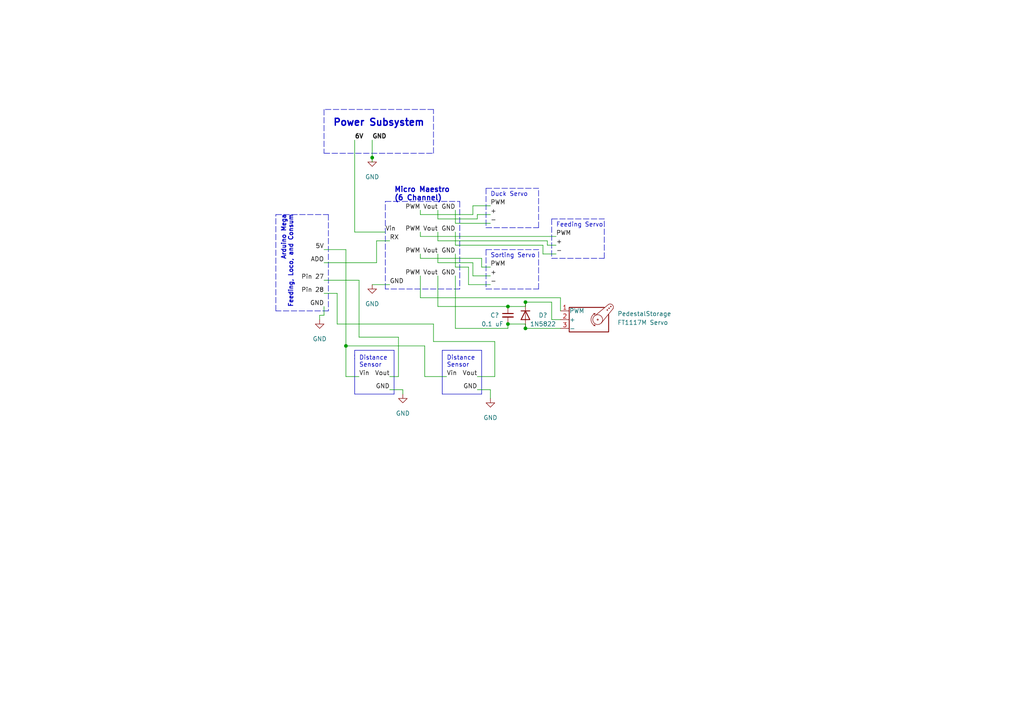
<source format=kicad_sch>
(kicad_sch (version 20211123) (generator eeschema)
  (paper "A4")
  (lib_symbols
    (symbol "Device:C_Small" (pin_numbers hide) (pin_names (offset 0.254) hide)
      (property "Reference" "C" (at 0.254 1.778 0))
      (property "Value" "C_Small" (at 0.254 -2.032 0))
      (symbol "C_Small_0_1"
        (polyline (pts (xy -1.524 -0.508) (xy 1.524 -0.508)) (stroke (width 0.3302)))
        (polyline (pts (xy -1.524 0.508) (xy 1.524 0.508)) (stroke (width 0.3048)))
      )
      (symbol "C_Small_1_1"
        (pin passive line (at 0 2.54 270) (length 2.032) (name "~") (number "1"))
        (pin passive line (at 0 -2.54 90) (length 2.032) (name "~") (number "2"))
      )
    )
    (symbol "Diode:1N4001" (pin_numbers hide) (pin_names hide)
      (property "Reference" "D" (at 0 2.54 0))
      (property "Value" "1N4001" (at 0 -2.54 0))
      (symbol "1N4001_0_1"
        (polyline (pts (xy -1.27 1.27) (xy -1.27 -1.27)) (stroke (width 0.254)))
        (polyline (pts (xy 1.27 0) (xy -1.27 0)))
        (polyline (pts (xy 1.27 1.27) (xy 1.27 -1.27) (xy -1.27 0) (xy 1.27 1.27)) (stroke (width 0.254)))
      )
      (symbol "1N4001_1_1"
        (pin passive line (at -3.81 0 0) (length 2.54) (name "K") (number "1"))
        (pin passive line (at 3.81 0 180) (length 2.54) (name "A") (number "2"))
      )
    )
    (symbol "Motor:Motor_Servo" (pin_names (offset 0.0254))
      (property "Reference" "M" (at -5.08 4.445 0))
      (property "Value" "Motor_Servo" (at -5.08 -4.064 0))
      (symbol "Motor_Servo_0_1"
        (polyline (pts (xy 2.413 -1.778) (xy 2.032 -1.778)))
        (polyline (pts (xy 2.413 -1.778) (xy 2.286 -1.397)))
        (polyline (pts (xy 2.413 1.778) (xy 1.905 1.778)))
        (polyline (pts (xy 2.413 1.778) (xy 2.286 1.397)))
        (polyline (pts (xy 6.35 4.445) (xy 2.54 1.27)))
        (polyline (pts (xy 7.62 3.175) (xy 4.191 -1.016)))
        (polyline (pts (xy 5.08 3.556) (xy -5.08 3.556) (xy -5.08 -3.556) (xy 6.35 -3.556) (xy 6.35 1.524)) (stroke (width 0.254)))
        (arc (start 2.413 1.778) (mid 1.2406 0) (end 2.413 -1.778))
        (circle (center 3.175 0) (radius 0.1778))
        (circle (center 3.175 0) (radius 1.4224))
        (circle (center 5.969 2.794) (radius 0.127))
        (circle (center 6.477 3.302) (radius 0.127))
        (circle (center 6.985 3.81) (radius 0.127))
        (arc (start 7.62 3.175) (mid 7.4485 4.2735) (end 6.35 4.445))
      )
      (symbol "Motor_Servo_1_1"
        (pin passive line (at -7.62 2.54 0) (length 2.54) (name "PWM") (number "1"))
        (pin passive line (at -7.62 0 0) (length 2.54) (name "+") (number "2"))
        (pin passive line (at -7.62 -2.54 0) (length 2.54) (name "-") (number "3"))
      )
    )
    (symbol "power:GND" (power) (pin_names (offset 0))
      (property "Value" "GND" (at 0 -3.81 0))
      (symbol "GND_0_1"
        (polyline (pts (xy 0 0) (xy 0 -1.27) (xy 1.27 -1.27) (xy 0 -2.54) (xy -1.27 -1.27) (xy 0 -1.27)))
      )
      (symbol "GND_1_1"
        (pin power_in line (at 0 0 270) (length 0) hide (name "GND") (number "1"))
      )
    )
  )
  (junction (at 147.32 88.9))
  (junction (at 152.4 87.63))
  (junction (at 152.4 95.25))
  (junction (at 107.95 45.72))
  (junction (at 100.33 100.33))
  (junction (at 147.32 93.98))
  (polyline (pts (xy 156.21 66.04) (xy 156.21 54.61)))
  (wire (pts (xy 121.92 62.23) (xy 137.16 62.23)))
  (wire (pts (xy 127 63.5) (xy 138.43 63.5)))
  (wire (pts (xy 104.14 81.28) (xy 104.14 97.79)))
  (polyline (pts (xy 160.02 63.5) (xy 175.26 63.5)))
  (wire (pts (xy 132.08 80.01) (xy 132.08 95.25)))
  (wire (pts (xy 109.22 76.2) (xy 109.22 69.85)))
  (wire (pts (xy 147.32 95.25) (xy 147.32 93.98)))
  (polyline (pts (xy 175.26 74.93) (xy 175.26 63.5)))
  (wire (pts (xy 160.02 92.71) (xy 160.02 87.63)))
  (wire (pts (xy 137.16 59.69) (xy 142.24 59.69)))
  (wire (pts (xy 127 69.85) (xy 158.75 69.85)))
  (polyline (pts (xy 80.01 90.17) (xy 80.01 62.23)))
  (wire (pts (xy 115.57 109.22) (xy 113.03 109.22)))
  (polyline (pts (xy 139.7 114.3) (xy 139.7 101.6)) (stroke (width 0) (type solid)))
  (wire (pts (xy 139.7 77.47) (xy 142.24 77.47)))
  (polyline (pts (xy 156.21 83.82) (xy 156.21 72.39)))
  (wire (pts (xy 127 80.01) (xy 127 88.9)))
  (polyline (pts (xy 102.87 102.87) (xy 102.87 114.3)) (stroke (width 0) (type solid)))
  (wire (pts (xy 121.92 68.58) (xy 161.29 68.58)))
  (wire (pts (xy 129.54 109.22) (xy 123.19 109.22)))
  (polyline (pts (xy 133.35 83.82) (xy 111.76 83.82)))
  (wire (pts (xy 127 76.2) (xy 137.16 76.2)))
  (polyline (pts (xy 93.98 44.45) (xy 125.73 44.45)))
  (wire (pts (xy 127 67.31) (xy 127 69.85)))
  (wire (pts (xy 138.43 109.22) (xy 143.51 109.22)))
  (wire (pts (xy 162.56 92.71) (xy 160.02 92.71)))
  (polyline (pts (xy 139.7 101.6) (xy 128.27 101.6)) (stroke (width 0) (type solid)))
  (wire (pts (xy 137.16 76.2) (xy 137.16 80.01)))
  (wire (pts (xy 138.43 62.23) (xy 142.24 62.23)))
  (polyline (pts (xy 128.27 101.6) (xy 128.27 104.14)))
  (wire (pts (xy 121.92 73.66) (xy 121.92 74.93)))
  (polyline (pts (xy 102.87 101.6) (xy 102.87 104.14)))
  (wire (pts (xy 125.73 99.06) (xy 125.73 93.98)))
  (wire (pts (xy 132.08 71.12) (xy 157.48 71.12)))
  (wire (pts (xy 132.08 67.31) (xy 132.08 71.12)))
  (wire (pts (xy 93.98 81.28) (xy 104.14 81.28)))
  (wire (pts (xy 158.75 71.12) (xy 161.29 71.12)))
  (wire (pts (xy 135.89 77.47) (xy 135.89 82.55)))
  (wire (pts (xy 123.19 100.33) (xy 100.33 100.33)))
  (wire (pts (xy 143.51 109.22) (xy 143.51 99.06)))
  (polyline (pts (xy 140.97 54.61) (xy 156.21 54.61)))
  (wire (pts (xy 158.75 69.85) (xy 158.75 71.12)))
  (wire (pts (xy 121.92 60.96) (xy 121.92 62.23)))
  (wire (pts (xy 152.4 93.98) (xy 152.4 95.25)))
  (wire (pts (xy 157.48 73.66) (xy 161.29 73.66)))
  (wire (pts (xy 109.22 69.85) (xy 113.03 69.85)))
  (polyline (pts (xy 128.27 102.87) (xy 128.27 114.3)) (stroke (width 0) (type solid)))
  (wire (pts (xy 113.03 113.03) (xy 116.84 113.03)))
  (polyline (pts (xy 128.27 114.3) (xy 139.7 114.3)) (stroke (width 0) (type solid)))
  (wire (pts (xy 125.73 93.98) (xy 97.79 93.98)))
  (wire (pts (xy 104.14 97.79) (xy 115.57 97.79)))
  (polyline (pts (xy 114.3 58.42) (xy 133.35 58.42)))
  (wire (pts (xy 138.43 63.5) (xy 138.43 62.23)))
  (wire (pts (xy 135.89 82.55) (xy 142.24 82.55)))
  (wire (pts (xy 142.24 113.03) (xy 142.24 115.57)))
  (wire (pts (xy 152.4 95.25) (xy 162.56 95.25)))
  (polyline (pts (xy 111.76 83.82) (xy 111.76 58.42)))
  (wire (pts (xy 102.87 40.64) (xy 102.87 67.31)))
  (polyline (pts (xy 140.97 72.39) (xy 156.21 72.39)))
  (wire (pts (xy 127 88.9) (xy 147.32 88.9)))
  (wire (pts (xy 132.08 77.47) (xy 135.89 77.47)))
  (polyline (pts (xy 93.98 31.75) (xy 93.98 44.45)))
  (wire (pts (xy 93.98 72.39) (xy 100.33 72.39)))
  (wire (pts (xy 116.84 113.03) (xy 116.84 114.3)))
  (wire (pts (xy 115.57 97.79) (xy 115.57 109.22)))
  (wire (pts (xy 107.95 40.64) (xy 107.95 45.72)))
  (wire (pts (xy 157.48 71.12) (xy 157.48 73.66)))
  (wire (pts (xy 152.4 88.9) (xy 152.4 87.63)))
  (wire (pts (xy 139.7 74.93) (xy 139.7 77.47)))
  (wire (pts (xy 100.33 100.33) (xy 100.33 109.22)))
  (polyline (pts (xy 102.87 114.3) (xy 114.3 114.3)) (stroke (width 0) (type solid)))
  (wire (pts (xy 93.98 88.9) (xy 93.98 91.44)))
  (wire (pts (xy 123.19 109.22) (xy 123.19 100.33)))
  (wire (pts (xy 121.92 80.01) (xy 121.92 86.36)))
  (wire (pts (xy 137.16 80.01) (xy 142.24 80.01)))
  (polyline (pts (xy 114.3 101.6) (xy 102.87 101.6)) (stroke (width 0) (type solid)))
  (wire (pts (xy 132.08 60.96) (xy 132.08 64.77)))
  (wire (pts (xy 93.98 91.44) (xy 92.71 91.44)))
  (polyline (pts (xy 111.76 58.42) (xy 114.3 58.42)))
  (wire (pts (xy 127 60.96) (xy 127 63.5)))
  (polyline (pts (xy 114.3 114.3) (xy 114.3 101.6)) (stroke (width 0) (type solid)))
  (wire (pts (xy 138.43 113.03) (xy 142.24 113.03)))
  (polyline (pts (xy 80.01 62.23) (xy 95.25 62.23)))
  (wire (pts (xy 97.79 85.09) (xy 93.98 85.09)))
  (polyline (pts (xy 133.35 58.42) (xy 133.35 83.82)))
  (polyline (pts (xy 125.73 31.75) (xy 93.98 31.75)))
  (wire (pts (xy 132.08 73.66) (xy 132.08 77.47)))
  (wire (pts (xy 107.95 82.55) (xy 113.03 82.55)))
  (polyline (pts (xy 140.97 72.39) (xy 140.97 83.82)))
  (polyline (pts (xy 95.25 90.17) (xy 80.01 90.17)))
  (wire (pts (xy 121.92 86.36) (xy 162.56 86.36)))
  (polyline (pts (xy 140.97 54.61) (xy 140.97 66.04)))
  (polyline (pts (xy 125.73 44.45) (xy 125.73 31.75)))
  (wire (pts (xy 147.32 88.9) (xy 152.4 88.9)))
  (wire (pts (xy 102.87 67.31) (xy 111.76 67.31)))
  (polyline (pts (xy 140.97 66.04) (xy 156.21 66.04)))
  (wire (pts (xy 121.92 68.58) (xy 121.92 67.31)))
  (wire (pts (xy 121.92 74.93) (xy 139.7 74.93)))
  (wire (pts (xy 100.33 72.39) (xy 100.33 100.33)))
  (wire (pts (xy 100.33 109.22) (xy 104.14 109.22)))
  (wire (pts (xy 160.02 87.63) (xy 152.4 87.63)))
  (wire (pts (xy 92.71 91.44) (xy 92.71 92.71)))
  (wire (pts (xy 132.08 95.25) (xy 147.32 95.25)))
  (polyline (pts (xy 95.25 62.23) (xy 95.25 90.17)))
  (wire (pts (xy 143.51 99.06) (xy 125.73 99.06)))
  (polyline (pts (xy 140.97 83.82) (xy 156.21 83.82)))
  (polyline (pts (xy 160.02 63.5) (xy 160.02 74.93)))
  (wire (pts (xy 162.56 90.17) (xy 162.56 86.36)))
  (polyline (pts (xy 160.02 74.93) (xy 175.26 74.93)))
  (wire (pts (xy 137.16 62.23) (xy 137.16 59.69)))
  (wire (pts (xy 132.08 64.77) (xy 142.24 64.77)))
  (wire (pts (xy 147.32 93.98) (xy 152.4 93.98)))
  (wire (pts (xy 93.98 76.2) (xy 109.22 76.2)))
  (wire (pts (xy 127 73.66) (xy 127 76.2)))
  (wire (pts (xy 97.79 93.98) (xy 97.79 85.09)))
  (wire (pts (xy 107.95 45.72) (xy 107.95 46.99)))
  (text "Power Subsystem" (at 96.52 36.83 0) (effects (font (size 2 2) (thickness 0.4) bold) (justify left bottom)))
  (text "Arduino Mega\nFeeding, Loco, and Consum" (at 85.09 62.23 270) (effects (font (size 1.27 1.27) (thickness 0.254) bold) (justify right bottom)))
  (text "Sorting Servo\n" (at 142.24 74.93 0) (effects (font (size 1.27 1.27)) (justify left bottom)))
  (text "Micro Maestro \n(6 Channel)" (at 114.3 58.42 0) (effects (font (size 1.5 1.5) (thickness 0.3) bold) (justify left bottom)))
  (text "Distance\nSensor\n" (at 129.54 106.68 0) (effects (font (size 1.27 1.27)) (justify left bottom)))
  (text "Distance\nSensor\n" (at 104.14 106.68 0) (effects (font (size 1.27 1.27)) (justify left bottom)))
  (text "Feeding Servo\n" (at 161.29 66.04 0) (effects (font (size 1.27 1.27)) (justify left bottom)))
  (text "Duck Servo\n" (at 142.24 57.15 0) (effects (font (size 1.27 1.27)) (justify left bottom)))
  (label "PWM" (at 121.92 67.31 180))
  (label "Pin 28" (at 93.98 85.09 180))
  (label "Vout" (at 127 73.66 180))
  (label "GND" (at 132.08 73.66 180))
  (label "+" (at 142.24 80.01 0))
  (label "Vout" (at 127 80.01 180))
  (label "RX" (at 113.03 69.85 0))
  (label "GND" (at 132.08 80.01 180))
  (label "Vin" (at 129.54 109.22 0))
  (label "+" (at 161.29 71.12 0))
  (label "+" (at 142.24 62.23 0))
  (label "PWM" (at 121.92 73.66 180))
  (label "GND" (at 113.03 82.55 0))
  (label "PWM" (at 142.24 77.47 0))
  (label "PWM" (at 121.92 80.01 180))
  (label "ADO" (at 93.98 76.2 180))
  (label "5V" (at 93.98 72.39 180))
  (label "PWM" (at 142.24 59.69 0))
  (label "GND" (at 138.43 113.03 180))
  (label "GND" (at 113.03 113.03 180))
  (label "Pin 27" (at 93.98 81.28 180))
  (label "Vout" (at 127 60.96 180))
  (label "PWM" (at 121.92 60.96 180))
  (label "PWM" (at 161.29 68.58 0))
  (label "-" (at 161.29 73.66 0))
  (label "Vout" (at 113.03 109.22 180))
  (label "GND" (at 132.08 60.96 180))
  (label "Vout" (at 138.43 109.22 180))
  (label "GND" (at 93.98 88.9 180))
  (label "Vin" (at 111.76 67.31 0))
  (label "GND" (at 132.08 67.31 180))
  (label "GND" (at 107.95 40.64 0) (effects (font (thickness 0.254) bold)))
  (label "-" (at 142.24 64.77 0))
  (label "6V" (at 102.87 40.64 0) (effects (font (thickness 0.254) bold)))
  (label "Vin" (at 104.14 109.22 0))
  (label "Vout" (at 127 67.31 180))
  (label "-" (at 142.24 82.55 0))
  (symbol (lib_id "Diode:1N4001") (at 152.4 91.44 90) (mirror x) (unit 1)
    (property "Reference" "D?" (at 157.48 91.44 90))
    (property "Value" "1N5822" (at 157.48 93.98 90))
    (property "Footprint" "Diode_THT:D_DO-41_SOD81_P10.16mm_Horizontal" (effects hide))
    (property "Datasheet" "http://www.vishay.com/docs/88503/1n4001.pdf" (effects hide))
  )
  (symbol (lib_id "power:GND") (at 107.95 82.55 0) (unit 1)
    (property "Reference" "#PWR?" (effects hide))
    (property "Value" "GND" (at 107.95 88.138 0))
  )
  (symbol (lib_id "power:GND") (at 107.95 45.72 0) (unit 1)
    (property "Reference" "#PWR?" (effects hide))
    (property "Value" "GND" (at 107.95 51.308 0))
  )
  (symbol (lib_id "Motor:Motor_Servo") (at 170.18 92.71 0) (unit 1)
    (property "Reference" "PedestalStorage" (at 179.07 91.0065 0) (effects (justify left)))
    (property "Value" "FT1117M Servo" (at 179.07 93.5465 0) (effects (justify left)))
    (property "Datasheet" "http://forums.parallax.com/uploads/attachments/46831/74481.png" (effects hide))
  )
  (symbol (lib_id "power:GND") (at 92.71 92.71 0) (unit 1)
    (property "Reference" "#PWR?" (effects hide))
    (property "Value" "GND" (at 92.71 98.298 0))
  )
  (symbol (lib_id "Device:C_Small") (at 147.32 91.44 0) (unit 1)
    (property "Reference" "C?" (at 144.78 91.44 0) (effects (justify right)))
    (property "Value" "0.1 uF" (at 146.05 93.98 0) (effects (justify right)))
  )
  (symbol (lib_id "power:GND") (at 142.24 115.57 0) (unit 1)
    (property "Reference" "#PWR?" (effects hide))
    (property "Value" "GND" (at 142.24 121.158 0))
  )
  (symbol (lib_id "power:GND") (at 116.84 114.3 0) (unit 1)
    (property "Reference" "#PWR?" (effects hide))
    (property "Value" "GND" (at 116.84 119.888 0))
  )
)
</source>
